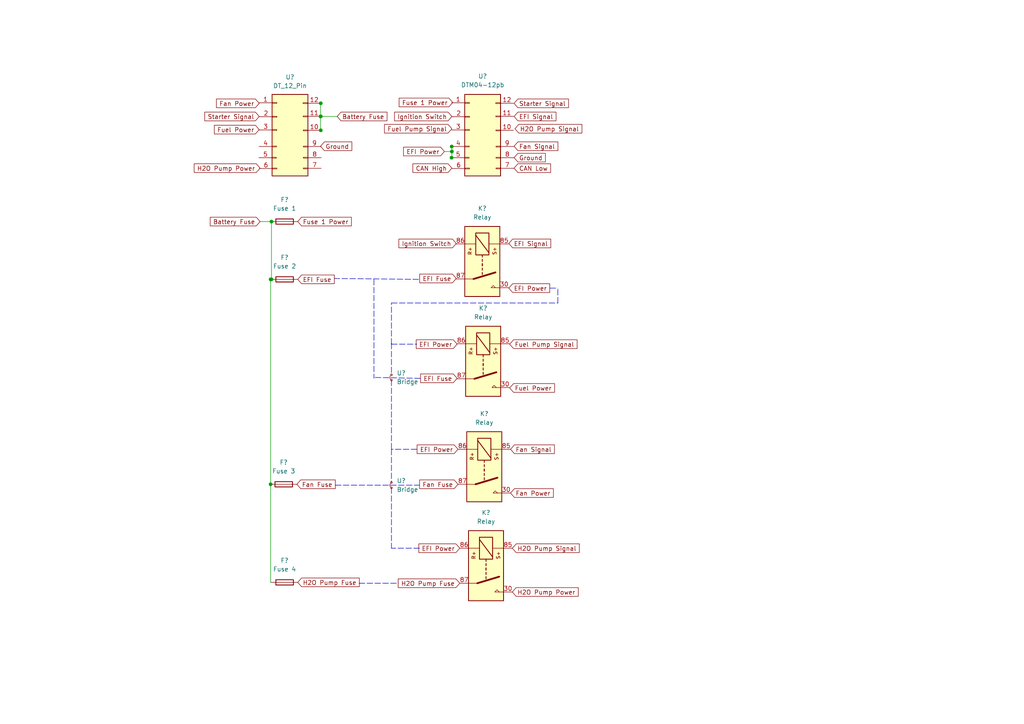
<source format=kicad_sch>
(kicad_sch (version 20211123) (generator eeschema)
  (paper "A4")
  (lib_symbols
    (symbol "DTM_12_Pin_2" (pin_names hide)
      (property "Reference" "U" (at 0.0508 16.3068 0))
      (property "Value" "DTM_12_Pin_2" (at 0.0508 -14.986 0))
      (symbol "DTM_12_Pin_2_1_1"
        (rectangle (start -4.9276 -5.4864) (end -3.6576 -5.7404) (stroke (width 0.1524)))
        (rectangle (start -4.9022 12.7508) (end 5.4864 -10.8966) (stroke (width 0.254)) (fill (type background)))
        (rectangle (start -4.8768 -2.2352) (end -3.6068 -2.4892) (stroke (width 0.1524)))
        (rectangle (start -4.8006 2.5654) (end -3.5306 2.3114) (stroke (width 0.1524)))
        (rectangle (start -4.8006 10.414) (end -3.5306 10.16) (stroke (width 0.1524)))
        (rectangle (start -4.7752 -8.6106) (end -3.5052 -8.8646) (stroke (width 0.1524)))
        (rectangle (start -4.7752 6.4008) (end -3.5052 6.1468) (stroke (width 0.1524)))
        (rectangle (start 5.3594 10.3378) (end 4.0894 10.0838) (stroke (width 0.1524)))
        (rectangle (start 5.3848 6.5024) (end 4.1148 6.2484) (stroke (width 0.1524)))
        (rectangle (start 5.4102 2.4384) (end 4.1402 2.1844) (stroke (width 0.1524)))
        (rectangle (start 5.4356 -8.5852) (end 4.1656 -8.8392) (stroke (width 0.1524)))
        (rectangle (start 5.4356 -5.4864) (end 4.1656 -5.7404) (stroke (width 0.1524)))
        (rectangle (start 5.4356 -2.2606) (end 4.1656 -2.5146) (stroke (width 0.1524)))
        (pin passive line (at -8.7122 10.3124 0) (length 3.81) (name "Pin_1") (number "1"))
        (pin passive line (at 9.2202 2.3368 180) (length 3.81) (name "Pin_10") (number "10"))
        (pin passive line (at 9.2202 6.4008 180) (length 3.81) (name "Pin_11") (number "11"))
        (pin passive line (at 9.2202 10.1854 180) (length 3.81) (name "Pin_12") (number "12"))
        (pin passive line (at -8.5852 6.2738 0) (length 3.81) (name "Pin_2") (number "2"))
        (pin passive line (at -8.6868 2.4384 0) (length 3.81) (name "Pin_3") (number "3"))
        (pin passive line (at -8.6868 -2.3622 0) (length 3.81) (name "Pin_4") (number "4"))
        (pin passive line (at -8.7376 -5.6134 0) (length 3.81) (name "Pin_5") (number "5"))
        (pin passive line (at -8.5852 -8.7376 0) (length 3.81) (name "Pin_6") (number "6"))
        (pin passive line (at 9.3218 -8.6868 180) (length 3.81) (name "Pin_7") (number "7"))
        (pin passive line (at 9.3472 -5.6134 180) (length 3.81) (name "Pin_8") (number "8"))
        (pin passive line (at 9.2964 -2.3622 180) (length 3.81) (name "Pin_9") (number "9"))
      )
    )
    (symbol "Device:Fuse" (pin_numbers hide) (pin_names (offset 0))
      (property "Reference" "F" (at 2.032 0 90))
      (property "Value" "Fuse" (at -1.905 0 90))
      (symbol "Fuse_0_1"
        (rectangle (start -0.762 -2.54) (end 0.762 2.54) (stroke (width 0.254)))
        (polyline (pts (xy 0 2.54) (xy 0 -2.54)))
      )
      (symbol "Fuse_1_1"
        (pin passive line (at 0 3.81 270) (length 1.27) (name "~") (number "1"))
        (pin passive line (at 0 -3.81 90) (length 1.27) (name "~") (number "2"))
      )
    )
    (symbol "SCR23 Library:Bridge"
      (property "Reference" "U" (at 0 2.54 0))
      (property "Value" "Bridge" (at 0.1778 -2.5908 0))
      (symbol "Bridge_0_1"
        (circle (center -0.762 0) (radius 0.254))
        (arc (start 0.508 0.254) (mid 0 0.4644) (end -0.508 0.254))
        (circle (center 0.762 0) (radius 0.254))
      )
    )
    (symbol "SCR23 Library:DTM04-12pb" (pin_names hide)
      (property "Reference" "U" (at 0.0508 16.3068 0))
      (property "Value" "DTM04-12pb" (at 0.0508 -14.986 0))
      (symbol "DTM04-12pb_1_1"
        (rectangle (start -4.9276 -5.4864) (end -3.6576 -5.7404) (stroke (width 0.1524)))
        (rectangle (start -4.9022 12.7508) (end 5.4864 -10.8966) (stroke (width 0.254)) (fill (type background)))
        (rectangle (start -4.8768 -2.2352) (end -3.6068 -2.4892) (stroke (width 0.1524)))
        (rectangle (start -4.8006 2.5654) (end -3.5306 2.3114) (stroke (width 0.1524)))
        (rectangle (start -4.8006 10.414) (end -3.5306 10.16) (stroke (width 0.1524)))
        (rectangle (start -4.7752 -8.6106) (end -3.5052 -8.8646) (stroke (width 0.1524)))
        (rectangle (start -4.7752 6.4008) (end -3.5052 6.1468) (stroke (width 0.1524)))
        (rectangle (start 5.3594 10.3378) (end 4.0894 10.0838) (stroke (width 0.1524)))
        (rectangle (start 5.3848 6.5024) (end 4.1148 6.2484) (stroke (width 0.1524)))
        (rectangle (start 5.4102 2.4384) (end 4.1402 2.1844) (stroke (width 0.1524)))
        (rectangle (start 5.4356 -8.5852) (end 4.1656 -8.8392) (stroke (width 0.1524)))
        (rectangle (start 5.4356 -5.4864) (end 4.1656 -5.7404) (stroke (width 0.1524)))
        (rectangle (start 5.4356 -2.2606) (end 4.1656 -2.5146) (stroke (width 0.1524)))
        (pin passive line (at -8.7122 10.3124 0) (length 3.81) (name "Pin_1") (number "1"))
        (pin passive line (at 9.2202 2.3368 180) (length 3.81) (name "Pin_10") (number "10"))
        (pin passive line (at 9.2202 6.4008 180) (length 3.81) (name "Pin_11") (number "11"))
        (pin passive line (at 9.2202 10.1854 180) (length 3.81) (name "Pin_12") (number "12"))
        (pin passive line (at -8.5852 6.2738 0) (length 3.81) (name "Pin_2") (number "2"))
        (pin passive line (at -8.6868 2.4384 0) (length 3.81) (name "Pin_3") (number "3"))
        (pin passive line (at -8.6868 -2.3622 0) (length 3.81) (name "Pin_4") (number "4"))
        (pin passive line (at -8.7376 -5.6134 0) (length 3.81) (name "Pin_5") (number "5"))
        (pin passive line (at -8.5852 -8.7376 0) (length 3.81) (name "Pin_6") (number "6"))
        (pin passive line (at 9.3218 -8.6868 180) (length 3.81) (name "Pin_7") (number "7"))
        (pin passive line (at 9.3472 -5.6134 180) (length 3.81) (name "Pin_8") (number "8"))
        (pin passive line (at 9.2964 -2.3622 180) (length 3.81) (name "Pin_9") (number "9"))
      )
    )
    (symbol "SCR23 Library:Relay"
      (property "Reference" "K" (at 3.7465 -11.5697 90))
      (property "Value" "Relay" (at 1.2065 -14.1097 90))
      (symbol "Relay_1_1"
        (polyline (pts (xy -5.1435 4.9403) (xy -1.9685 4.9403)))
        (polyline (pts (xy -2.6035 -5.2197) (xy -5.1435 -5.2197)))
        (polyline (pts (xy -2.6035 -5.2197) (xy 3.7465 -3.3147)) (stroke (width 0.508)))
        (polyline (pts (xy -1.9685 7.4803) (xy 1.8415 2.4003)) (stroke (width 0.254)))
        (polyline (pts (xy -0.0635 -3.3147) (xy -0.0635 -3.9497)) (stroke (width 0.254)))
        (polyline (pts (xy -0.0635 -2.0447) (xy -0.0635 -2.6797)) (stroke (width 0.254)))
        (polyline (pts (xy -0.0635 -0.7747) (xy -0.0635 -1.4097)) (stroke (width 0.254)))
        (polyline (pts (xy -0.0635 -0.7747) (xy -0.0635 -1.4097)) (stroke (width 0.254)))
        (polyline (pts (xy -0.0635 0.4953) (xy -0.0635 -0.1397)) (stroke (width 0.254)))
        (polyline (pts (xy -0.0635 1.7653) (xy -0.0635 1.1303)) (stroke (width 0.254)))
        (polyline (pts (xy 3.7465 -7.7597) (xy 5.0165 -7.7597)))
        (polyline (pts (xy 5.0165 4.9403) (xy 1.8415 4.9403)))
        (polyline (pts (xy 3.7465 -7.7597) (xy 2.4765 -7.7597) (xy 3.1115 -7.1247) (xy 3.7465 -7.7597)))
        (rectangle (start 1.8415 8.1153) (end -1.9685 1.7653) (stroke (width 0.254)))
        (rectangle (start 5.0165 10.0203) (end -5.1435 -10.2997) (stroke (width 0.254)) (fill (type background)))
        (text "R+" (at -3.6195 2.9083 900) (effects (font (size 1.016 1.016))))
        (text "S+" (at 3.4925 2.9083 900) (effects (font (size 1.016 1.016))))
        (pin passive line (at 7.5565 -7.7597 180) (length 2.54) (name "~") (number "30"))
        (pin passive line (at 7.5565 4.9403 180) (length 2.54) (name "~") (number "85"))
        (pin passive line (at -7.6835 4.9403 0) (length 2.54) (name "~") (number "86"))
        (pin passive line (at -7.6835 -5.2197 0) (length 2.54) (name "~") (number "87"))
      )
    )
  )
  (junction (at 78.486 81.026))
  (junction (at 78.74 64.262))
  (junction (at 93.0402 33.7312))
  (junction (at 78.74 81.026))
  (junction (at 93.0402 37.7952))
  (junction (at 78.486 140.462))
  (junction (at 131.064 43.942))
  (junction (at 130.9624 45.7454))
  (junction (at 93.0402 29.9466))
  (junction (at 92.964 33.782))
  (junction (at 131.0132 42.4942))
  (wire (pts (xy 131.064 42.418) (xy 131.064 43.942)))
  (wire (pts (xy 78.486 80.772) (xy 78.486 81.026)))
  (polyline (pts (xy 113.538 87.884) (xy 161.798 87.884)))
  (polyline (pts (xy 159.512 83.566) (xy 161.798 83.566)))
  (wire (pts (xy 78.74 64.262) (xy 78.74 81.026)))
  (polyline (pts (xy 104.14 169.164) (xy 115.57 169.164)))
  (wire (pts (xy 92.964 33.782) (xy 92.964 37.846)))
  (polyline (pts (xy 113.538 110.236) (xy 113.538 130.302)))
  (polyline (pts (xy 108.458 81.026) (xy 108.458 109.728)))
  (wire (pts (xy 92.964 29.972) (xy 92.964 33.782)))
  (wire (pts (xy 78.486 168.91) (xy 78.74 168.91)))
  (polyline (pts (xy 121.412 81.026) (xy 97.028 80.772)))
  (wire (pts (xy 92.964 33.782) (xy 97.79 33.782)))
  (polyline (pts (xy 161.798 87.884) (xy 161.798 83.566)))
  (wire (pts (xy 131.064 43.942) (xy 131.064 45.72)))
  (wire (pts (xy 78.486 81.026) (xy 78.486 140.462)))
  (wire (pts (xy 78.74 81.026) (xy 78.486 81.026)))
  (polyline (pts (xy 113.538 99.822) (xy 113.538 87.884)))
  (wire (pts (xy 75.438 64.262) (xy 78.74 64.262)))
  (wire (pts (xy 129.032 43.942) (xy 131.064 43.942)))
  (polyline (pts (xy 121.666 159.004) (xy 113.538 159.004)))
  (polyline (pts (xy 113.538 99.822) (xy 120.904 99.822)))
  (polyline (pts (xy 121.92 109.728) (xy 108.458 109.474)))
  (polyline (pts (xy 120.904 130.302) (xy 113.538 130.302)))
  (polyline (pts (xy 113.538 99.568) (xy 113.538 108.712)))
  (polyline (pts (xy 97.282 140.716) (xy 121.666 140.716)))
  (polyline (pts (xy 113.538 141.478) (xy 113.538 159.004)))
  (polyline (pts (xy 113.538 130.302) (xy 113.538 139.954)))
  (wire (pts (xy 78.486 140.462) (xy 78.486 168.91)))
  (global_label "Fan Power" (shape input) (at 75.184 29.972 180) (property "Intersheet References" "${INTERSHEET_REFS}" (effects hide)))
  (global_label "Ignition Switch" (shape input) (at 132.334 70.612 180) (property "Intersheet References" "${INTERSHEET_REFS}" (effects hide)))
  (global_label "H2O Pump Fuse" (shape input) (at 133.35 169.164 180) (property "Intersheet References" "${INTERSHEET_REFS}" (effects hide)))
  (global_label "Ground" (shape input) (at 92.964 42.418 0) (property "Intersheet References" "${INTERSHEET_REFS}" (effects hide)))
  (global_label "Fan Signal" (shape input) (at 148.082 130.302 0) (property "Intersheet References" "${INTERSHEET_REFS}" (effects hide)))
  (global_label "EFI Power" (shape input) (at 128.905 43.942 180) (property "Intersheet References" "${INTERSHEET_REFS}" (effects hide)))
  (global_label "EFI Signal" (shape input) (at 147.574 70.612 0) (property "Intersheet References" "${INTERSHEET_REFS}" (effects hide)))
  (global_label "Fuel Power" (shape input) (at 147.828 112.522 0) (property "Intersheet References" "${INTERSHEET_REFS}" (effects hide)))
  (global_label "Fan Power" (shape input) (at 148.082 143.002 0) (property "Intersheet References" "${INTERSHEET_REFS}" (effects hide)))
  (global_label "EFI Fuse" (shape input) (at 86.36 81.026 0) (property "Intersheet References" "${INTERSHEET_REFS}" (effects hide)))
  (global_label "Ground" (shape input) (at 149.098 45.72 0) (property "Intersheet References" "${INTERSHEET_REFS}" (effects hide)))
  (global_label "Fuse 1 Power" (shape input) (at 131.318 29.718 180) (property "Intersheet References" "${INTERSHEET_REFS}" (effects hide)))
  (global_label "Battery Fuse" (shape input) (at 75.438 64.262 180) (property "Intersheet References" "${INTERSHEET_REFS}" (effects hide)))
  (global_label "Fuel Power" (shape input) (at 75.184 37.592 180) (property "Intersheet References" "${INTERSHEET_REFS}" (effects hide)))
  (global_label "CAN High" (shape input) (at 131.064 48.768 180) (property "Intersheet References" "${INTERSHEET_REFS}" (effects hide)))
  (global_label "CAN Low" (shape input) (at 149.098 48.768 0) (property "Intersheet References" "${INTERSHEET_REFS}" (effects hide)))
  (global_label "EFI Fuse" (shape input) (at 132.588 109.728 180) (property "Intersheet References" "${INTERSHEET_REFS}" (effects hide)))
  (global_label "EFI Fuse" (shape input) (at 132.334 80.772 180) (property "Intersheet References" "${INTERSHEET_REFS}" (effects hide)))
  (global_label "H2O Pump Power" (shape input) (at 148.59 171.704 0) (property "Intersheet References" "${INTERSHEET_REFS}" (effects hide)))
  (global_label "EFI Power" (shape input) (at 147.574 83.566 0) (property "Intersheet References" "${INTERSHEET_REFS}" (effects hide)))
  (global_label "EFI Power" (shape input) (at 133.35 159.004 180) (property "Intersheet References" "${INTERSHEET_REFS}" (effects hide)))
  (global_label "Battery Fuse" (shape input) (at 97.79 33.782 0) (property "Intersheet References" "${INTERSHEET_REFS}" (effects hide)))
  (global_label "Starter Signal" (shape input) (at 149.098 29.972 0) (property "Intersheet References" "${INTERSHEET_REFS}" (effects hide)))
  (global_label "EFI Power" (shape input) (at 132.842 130.302 180) (property "Intersheet References" "${INTERSHEET_REFS}" (effects hide)))
  (global_label "Ignition Switch" (shape input) (at 131.064 33.782 180) (property "Intersheet References" "${INTERSHEET_REFS}" (effects hide)))
  (global_label "Fuse 1 Power" (shape input) (at 86.36 64.262 0) (property "Intersheet References" "${INTERSHEET_REFS}" (effects hide)))
  (global_label "Fuel Pump Signal" (shape input) (at 147.828 99.822 0) (property "Intersheet References" "${INTERSHEET_REFS}" (effects hide)))
  (global_label "Fuel Pump Signal" (shape input) (at 131.064 37.338 180) (property "Intersheet References" "${INTERSHEET_REFS}" (effects hide)))
  (global_label "EFI Signal" (shape input) (at 149.098 33.782 0) (property "Intersheet References" "${INTERSHEET_REFS}" (effects hide)))
  (global_label "Fan Fuse" (shape input) (at 86.106 140.462 0) (property "Intersheet References" "${INTERSHEET_REFS}" (effects hide)))
  (global_label "H2O Pump Signal" (shape input) (at 149.352 37.338 0) (property "Intersheet References" "${INTERSHEET_REFS}" (effects hide)))
  (global_label "EFI Power" (shape input) (at 132.588 99.822 180) (property "Intersheet References" "${INTERSHEET_REFS}" (effects hide)))
  (global_label "Starter Signal" (shape input) (at 75.184 33.782 180) (property "Intersheet References" "${INTERSHEET_REFS}" (effects hide)))
  (global_label "H2O Pump Signal" (shape input) (at 148.59 159.004 0) (property "Intersheet References" "${INTERSHEET_REFS}" (effects hide)))
  (global_label "H2O Pump Power" (shape input) (at 75.438 48.768 180) (property "Intersheet References" "${INTERSHEET_REFS}" (effects hide)))
  (global_label "H2O Pump Fuse" (shape input) (at 86.36 168.91 0) (property "Intersheet References" "${INTERSHEET_REFS}" (effects hide)))
  (global_label "Fan Fuse" (shape input) (at 132.842 140.462 180) (property "Intersheet References" "${INTERSHEET_REFS}" (effects hide)))
  (global_label "Fan Signal" (shape input) (at 149.098 42.418 0) (property "Intersheet References" "${INTERSHEET_REFS}" (effects hide)))
  (symbol (lib_id "SCR23 Library:Relay") (at 139.954 75.692 0) (unit 1)
    (property "Reference" "K?" (at 139.8905 60.452 0))
    (property "Value" "Relay" (at 139.8905 62.992 0))
  )
  (symbol (lib_id "Device:Fuse") (at 82.296 140.462 270) (unit 1)
    (property "Reference" "F?" (at 82.296 134.112 90))
    (property "Value" "Fuse 3" (at 82.296 136.652 90))
  )
  (symbol (lib_id "Device:Fuse") (at 82.55 64.262 270) (unit 1)
    (property "Reference" "F?" (at 82.55 57.912 90))
    (property "Value" "Fuse 1" (at 82.55 60.452 90))
  )
  (symbol (lib_name "DTM_12_Pin_2") (lib_id "SCR23 Library:DTM_12_Pin") (at 83.82 40.132 0) (unit 1)
    (property "Reference" "U?" (at 84.1121 22.352 0))
    (property "Value" "DT_12_Pin" (at 84.1121 24.892 0))
  )
  (symbol (lib_id "SCR23 Library:Relay") (at 140.5255 135.2423 0) (unit 1)
    (property "Reference" "K?" (at 140.462 120.0023 0))
    (property "Value" "Relay" (at 140.462 122.5423 0))
  )
  (symbol (lib_id "SCR23 Library:Bridge") (at 113.538 109.474 90) (unit 1)
    (property "Reference" "U?" (at 115.062 108.2039 90) (effects (justify right)))
    (property "Value" "Bridge" (at 115.062 110.7439 90) (effects (justify right)))
  )
  (symbol (lib_id "Device:Fuse") (at 82.55 168.91 270) (unit 1)
    (property "Reference" "F?" (at 82.55 162.56 90))
    (property "Value" "Fuse 4" (at 82.55 165.1 90))
  )
  (symbol (lib_id "SCR23 Library:DTM04-12pb") (at 139.7 40.132 0) (unit 1)
    (property "Reference" "U?" (at 139.9921 22.098 0))
    (property "Value" "DTM04-12pb" (at 139.9921 24.638 0))
  )
  (symbol (lib_id "SCR23 Library:Relay") (at 141.0335 163.9443 0) (unit 1)
    (property "Reference" "K?" (at 140.97 148.7043 0))
    (property "Value" "Relay" (at 140.97 151.2443 0))
  )
  (symbol (lib_id "SCR23 Library:Bridge") (at 113.538 140.716 90) (unit 1)
    (property "Reference" "U?" (at 115.062 139.4459 90) (effects (justify right)))
    (property "Value" "Bridge" (at 115.062 141.9859 90) (effects (justify right)))
  )
  (symbol (lib_id "SCR23 Library:Relay") (at 140.208 104.648 0) (unit 1)
    (property "Reference" "K?" (at 140.1445 89.408 0))
    (property "Value" "Relay" (at 140.1445 91.948 0))
  )
  (symbol (lib_id "Device:Fuse") (at 82.55 81.026 270) (unit 1)
    (property "Reference" "F?" (at 82.55 74.676 90))
    (property "Value" "Fuse 2" (at 82.55 77.216 90))
  )
)
</source>
